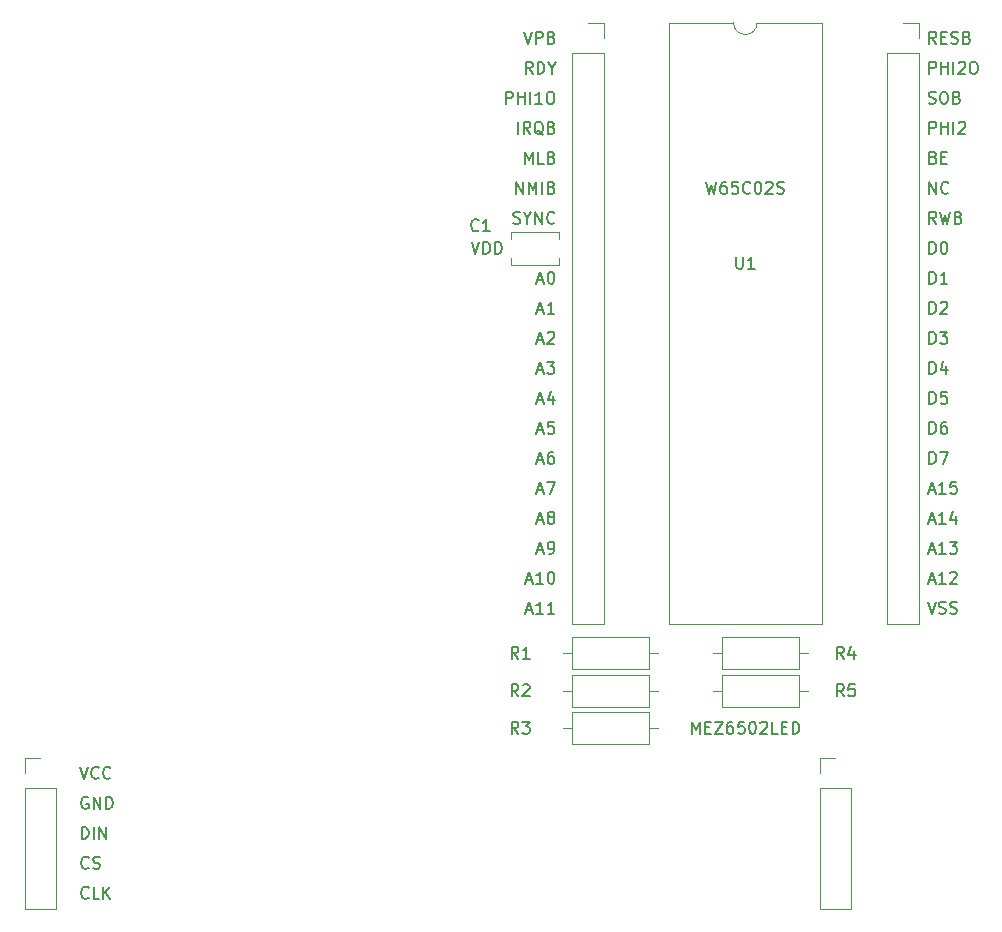
<source format=gto>
G04 #@! TF.GenerationSoftware,KiCad,Pcbnew,(6.0.10-0)*
G04 #@! TF.CreationDate,2023-01-27T16:31:16+09:00*
G04 #@! TF.ProjectId,MEZ6502LED,4d455a36-3530-4324-9c45-442e6b696361,A*
G04 #@! TF.SameCoordinates,PX5ee3fe0PY8f872a0*
G04 #@! TF.FileFunction,Legend,Top*
G04 #@! TF.FilePolarity,Positive*
%FSLAX46Y46*%
G04 Gerber Fmt 4.6, Leading zero omitted, Abs format (unit mm)*
G04 Created by KiCad (PCBNEW (6.0.10-0)) date 2023-01-27 16:31:16*
%MOMM*%
%LPD*%
G01*
G04 APERTURE LIST*
%ADD10C,0.150000*%
%ADD11C,0.120000*%
G04 APERTURE END LIST*
D10*
X57071190Y16057620D02*
X57071190Y17057620D01*
X57404523Y16343334D01*
X57737857Y17057620D01*
X57737857Y16057620D01*
X58214047Y16581429D02*
X58547380Y16581429D01*
X58690238Y16057620D02*
X58214047Y16057620D01*
X58214047Y17057620D01*
X58690238Y17057620D01*
X59023571Y17057620D02*
X59690238Y17057620D01*
X59023571Y16057620D01*
X59690238Y16057620D01*
X60499761Y17057620D02*
X60309285Y17057620D01*
X60214047Y17010000D01*
X60166428Y16962381D01*
X60071190Y16819524D01*
X60023571Y16629048D01*
X60023571Y16248096D01*
X60071190Y16152858D01*
X60118809Y16105239D01*
X60214047Y16057620D01*
X60404523Y16057620D01*
X60499761Y16105239D01*
X60547380Y16152858D01*
X60595000Y16248096D01*
X60595000Y16486191D01*
X60547380Y16581429D01*
X60499761Y16629048D01*
X60404523Y16676667D01*
X60214047Y16676667D01*
X60118809Y16629048D01*
X60071190Y16581429D01*
X60023571Y16486191D01*
X61499761Y17057620D02*
X61023571Y17057620D01*
X60975952Y16581429D01*
X61023571Y16629048D01*
X61118809Y16676667D01*
X61356904Y16676667D01*
X61452142Y16629048D01*
X61499761Y16581429D01*
X61547380Y16486191D01*
X61547380Y16248096D01*
X61499761Y16152858D01*
X61452142Y16105239D01*
X61356904Y16057620D01*
X61118809Y16057620D01*
X61023571Y16105239D01*
X60975952Y16152858D01*
X62166428Y17057620D02*
X62261666Y17057620D01*
X62356904Y17010000D01*
X62404523Y16962381D01*
X62452142Y16867143D01*
X62499761Y16676667D01*
X62499761Y16438572D01*
X62452142Y16248096D01*
X62404523Y16152858D01*
X62356904Y16105239D01*
X62261666Y16057620D01*
X62166428Y16057620D01*
X62071190Y16105239D01*
X62023571Y16152858D01*
X61975952Y16248096D01*
X61928333Y16438572D01*
X61928333Y16676667D01*
X61975952Y16867143D01*
X62023571Y16962381D01*
X62071190Y17010000D01*
X62166428Y17057620D01*
X62880714Y16962381D02*
X62928333Y17010000D01*
X63023571Y17057620D01*
X63261666Y17057620D01*
X63356904Y17010000D01*
X63404523Y16962381D01*
X63452142Y16867143D01*
X63452142Y16771905D01*
X63404523Y16629048D01*
X62833095Y16057620D01*
X63452142Y16057620D01*
X64356904Y16057620D02*
X63880714Y16057620D01*
X63880714Y17057620D01*
X64690238Y16581429D02*
X65023571Y16581429D01*
X65166428Y16057620D02*
X64690238Y16057620D01*
X64690238Y17057620D01*
X65166428Y17057620D01*
X65595000Y16057620D02*
X65595000Y17057620D01*
X65833095Y17057620D01*
X65975952Y17010000D01*
X66071190Y16914762D01*
X66118809Y16819524D01*
X66166428Y16629048D01*
X66166428Y16486191D01*
X66118809Y16295715D01*
X66071190Y16200477D01*
X65975952Y16105239D01*
X65833095Y16057620D01*
X65595000Y16057620D01*
X44008452Y46823334D02*
X44484642Y46823334D01*
X43913214Y46537620D02*
X44246547Y47537620D01*
X44579880Y46537620D01*
X44817976Y47537620D02*
X45437023Y47537620D01*
X45103690Y47156667D01*
X45246547Y47156667D01*
X45341785Y47109048D01*
X45389404Y47061429D01*
X45437023Y46966191D01*
X45437023Y46728096D01*
X45389404Y46632858D01*
X45341785Y46585239D01*
X45246547Y46537620D01*
X44960833Y46537620D01*
X44865595Y46585239D01*
X44817976Y46632858D01*
X77032738Y27217620D02*
X77366071Y26217620D01*
X77699404Y27217620D01*
X77985119Y26265239D02*
X78127976Y26217620D01*
X78366071Y26217620D01*
X78461309Y26265239D01*
X78508928Y26312858D01*
X78556547Y26408096D01*
X78556547Y26503334D01*
X78508928Y26598572D01*
X78461309Y26646191D01*
X78366071Y26693810D01*
X78175595Y26741429D01*
X78080357Y26789048D01*
X78032738Y26836667D01*
X77985119Y26931905D01*
X77985119Y27027143D01*
X78032738Y27122381D01*
X78080357Y27170000D01*
X78175595Y27217620D01*
X78413690Y27217620D01*
X78556547Y27170000D01*
X78937500Y26265239D02*
X79080357Y26217620D01*
X79318452Y26217620D01*
X79413690Y26265239D01*
X79461309Y26312858D01*
X79508928Y26408096D01*
X79508928Y26503334D01*
X79461309Y26598572D01*
X79413690Y26646191D01*
X79318452Y26693810D01*
X79127976Y26741429D01*
X79032738Y26789048D01*
X78985119Y26836667D01*
X78937500Y26931905D01*
X78937500Y27027143D01*
X78985119Y27122381D01*
X79032738Y27170000D01*
X79127976Y27217620D01*
X79366071Y27217620D01*
X79508928Y27170000D01*
X43056071Y26503334D02*
X43532261Y26503334D01*
X42960833Y26217620D02*
X43294166Y27217620D01*
X43627500Y26217620D01*
X44484642Y26217620D02*
X43913214Y26217620D01*
X44198928Y26217620D02*
X44198928Y27217620D01*
X44103690Y27074762D01*
X44008452Y26979524D01*
X43913214Y26931905D01*
X45437023Y26217620D02*
X44865595Y26217620D01*
X45151309Y26217620D02*
X45151309Y27217620D01*
X45056071Y27074762D01*
X44960833Y26979524D01*
X44865595Y26931905D01*
X38415595Y57697620D02*
X38748928Y56697620D01*
X39082261Y57697620D01*
X39415595Y56697620D02*
X39415595Y57697620D01*
X39653690Y57697620D01*
X39796547Y57650000D01*
X39891785Y57554762D01*
X39939404Y57459524D01*
X39987023Y57269048D01*
X39987023Y57126191D01*
X39939404Y56935715D01*
X39891785Y56840477D01*
X39796547Y56745239D01*
X39653690Y56697620D01*
X39415595Y56697620D01*
X40415595Y56697620D02*
X40415595Y57697620D01*
X40653690Y57697620D01*
X40796547Y57650000D01*
X40891785Y57554762D01*
X40939404Y57459524D01*
X40987023Y57269048D01*
X40987023Y57126191D01*
X40939404Y56935715D01*
X40891785Y56840477D01*
X40796547Y56745239D01*
X40653690Y56697620D01*
X40415595Y56697620D01*
X42198928Y61777620D02*
X42198928Y62777620D01*
X42770357Y61777620D01*
X42770357Y62777620D01*
X43246547Y61777620D02*
X43246547Y62777620D01*
X43579880Y62063334D01*
X43913214Y62777620D01*
X43913214Y61777620D01*
X44389404Y61777620D02*
X44389404Y62777620D01*
X45198928Y62301429D02*
X45341785Y62253810D01*
X45389404Y62206191D01*
X45437023Y62110953D01*
X45437023Y61968096D01*
X45389404Y61872858D01*
X45341785Y61825239D01*
X45246547Y61777620D01*
X44865595Y61777620D01*
X44865595Y62777620D01*
X45198928Y62777620D01*
X45294166Y62730000D01*
X45341785Y62682381D01*
X45389404Y62587143D01*
X45389404Y62491905D01*
X45341785Y62396667D01*
X45294166Y62349048D01*
X45198928Y62301429D01*
X44865595Y62301429D01*
X41960833Y59285239D02*
X42103690Y59237620D01*
X42341785Y59237620D01*
X42437023Y59285239D01*
X42484642Y59332858D01*
X42532261Y59428096D01*
X42532261Y59523334D01*
X42484642Y59618572D01*
X42437023Y59666191D01*
X42341785Y59713810D01*
X42151309Y59761429D01*
X42056071Y59809048D01*
X42008452Y59856667D01*
X41960833Y59951905D01*
X41960833Y60047143D01*
X42008452Y60142381D01*
X42056071Y60190000D01*
X42151309Y60237620D01*
X42389404Y60237620D01*
X42532261Y60190000D01*
X43151309Y59713810D02*
X43151309Y59237620D01*
X42817976Y60237620D02*
X43151309Y59713810D01*
X43484642Y60237620D01*
X43817976Y59237620D02*
X43817976Y60237620D01*
X44389404Y59237620D01*
X44389404Y60237620D01*
X45437023Y59332858D02*
X45389404Y59285239D01*
X45246547Y59237620D01*
X45151309Y59237620D01*
X45008452Y59285239D01*
X44913214Y59380477D01*
X44865595Y59475715D01*
X44817976Y59666191D01*
X44817976Y59809048D01*
X44865595Y59999524D01*
X44913214Y60094762D01*
X45008452Y60190000D01*
X45151309Y60237620D01*
X45246547Y60237620D01*
X45389404Y60190000D01*
X45437023Y60142381D01*
X42341785Y66857620D02*
X42341785Y67857620D01*
X43389404Y66857620D02*
X43056071Y67333810D01*
X42817976Y66857620D02*
X42817976Y67857620D01*
X43198928Y67857620D01*
X43294166Y67810000D01*
X43341785Y67762381D01*
X43389404Y67667143D01*
X43389404Y67524286D01*
X43341785Y67429048D01*
X43294166Y67381429D01*
X43198928Y67333810D01*
X42817976Y67333810D01*
X44484642Y66762381D02*
X44389404Y66810000D01*
X44294166Y66905239D01*
X44151309Y67048096D01*
X44056071Y67095715D01*
X43960833Y67095715D01*
X44008452Y66857620D02*
X43913214Y66905239D01*
X43817976Y67000477D01*
X43770357Y67190953D01*
X43770357Y67524286D01*
X43817976Y67714762D01*
X43913214Y67810000D01*
X44008452Y67857620D01*
X44198928Y67857620D01*
X44294166Y67810000D01*
X44389404Y67714762D01*
X44437023Y67524286D01*
X44437023Y67190953D01*
X44389404Y67000477D01*
X44294166Y66905239D01*
X44198928Y66857620D01*
X44008452Y66857620D01*
X45198928Y67381429D02*
X45341785Y67333810D01*
X45389404Y67286191D01*
X45437023Y67190953D01*
X45437023Y67048096D01*
X45389404Y66952858D01*
X45341785Y66905239D01*
X45246547Y66857620D01*
X44865595Y66857620D01*
X44865595Y67857620D01*
X45198928Y67857620D01*
X45294166Y67810000D01*
X45341785Y67762381D01*
X45389404Y67667143D01*
X45389404Y67571905D01*
X45341785Y67476667D01*
X45294166Y67429048D01*
X45198928Y67381429D01*
X44865595Y67381429D01*
X77127976Y36663334D02*
X77604166Y36663334D01*
X77032738Y36377620D02*
X77366071Y37377620D01*
X77699404Y36377620D01*
X78556547Y36377620D02*
X77985119Y36377620D01*
X78270833Y36377620D02*
X78270833Y37377620D01*
X78175595Y37234762D01*
X78080357Y37139524D01*
X77985119Y37091905D01*
X79461309Y37377620D02*
X78985119Y37377620D01*
X78937500Y36901429D01*
X78985119Y36949048D01*
X79080357Y36996667D01*
X79318452Y36996667D01*
X79413690Y36949048D01*
X79461309Y36901429D01*
X79508928Y36806191D01*
X79508928Y36568096D01*
X79461309Y36472858D01*
X79413690Y36425239D01*
X79318452Y36377620D01*
X79080357Y36377620D01*
X78985119Y36425239D01*
X78937500Y36472858D01*
X77175595Y71937620D02*
X77175595Y72937620D01*
X77556547Y72937620D01*
X77651785Y72890000D01*
X77699404Y72842381D01*
X77747023Y72747143D01*
X77747023Y72604286D01*
X77699404Y72509048D01*
X77651785Y72461429D01*
X77556547Y72413810D01*
X77175595Y72413810D01*
X78175595Y71937620D02*
X78175595Y72937620D01*
X78175595Y72461429D02*
X78747023Y72461429D01*
X78747023Y71937620D02*
X78747023Y72937620D01*
X79223214Y71937620D02*
X79223214Y72937620D01*
X79651785Y72842381D02*
X79699404Y72890000D01*
X79794642Y72937620D01*
X80032738Y72937620D01*
X80127976Y72890000D01*
X80175595Y72842381D01*
X80223214Y72747143D01*
X80223214Y72651905D01*
X80175595Y72509048D01*
X79604166Y71937620D01*
X80223214Y71937620D01*
X80842261Y72937620D02*
X81032738Y72937620D01*
X81127976Y72890000D01*
X81223214Y72794762D01*
X81270833Y72604286D01*
X81270833Y72270953D01*
X81223214Y72080477D01*
X81127976Y71985239D01*
X81032738Y71937620D01*
X80842261Y71937620D01*
X80747023Y71985239D01*
X80651785Y72080477D01*
X80604166Y72270953D01*
X80604166Y72604286D01*
X80651785Y72794762D01*
X80747023Y72890000D01*
X80842261Y72937620D01*
X77175595Y61777620D02*
X77175595Y62777620D01*
X77747023Y61777620D01*
X77747023Y62777620D01*
X78794642Y61872858D02*
X78747023Y61825239D01*
X78604166Y61777620D01*
X78508928Y61777620D01*
X78366071Y61825239D01*
X78270833Y61920477D01*
X78223214Y62015715D01*
X78175595Y62206191D01*
X78175595Y62349048D01*
X78223214Y62539524D01*
X78270833Y62634762D01*
X78366071Y62730000D01*
X78508928Y62777620D01*
X78604166Y62777620D01*
X78747023Y62730000D01*
X78794642Y62682381D01*
X44003452Y49363334D02*
X44479642Y49363334D01*
X43908214Y49077620D02*
X44241547Y50077620D01*
X44574880Y49077620D01*
X44860595Y49982381D02*
X44908214Y50030000D01*
X45003452Y50077620D01*
X45241547Y50077620D01*
X45336785Y50030000D01*
X45384404Y49982381D01*
X45432023Y49887143D01*
X45432023Y49791905D01*
X45384404Y49649048D01*
X44812976Y49077620D01*
X45432023Y49077620D01*
X77175595Y43997620D02*
X77175595Y44997620D01*
X77413690Y44997620D01*
X77556547Y44950000D01*
X77651785Y44854762D01*
X77699404Y44759524D01*
X77747023Y44569048D01*
X77747023Y44426191D01*
X77699404Y44235715D01*
X77651785Y44140477D01*
X77556547Y44045239D01*
X77413690Y43997620D01*
X77175595Y43997620D01*
X78651785Y44997620D02*
X78175595Y44997620D01*
X78127976Y44521429D01*
X78175595Y44569048D01*
X78270833Y44616667D01*
X78508928Y44616667D01*
X78604166Y44569048D01*
X78651785Y44521429D01*
X78699404Y44426191D01*
X78699404Y44188096D01*
X78651785Y44092858D01*
X78604166Y44045239D01*
X78508928Y43997620D01*
X78270833Y43997620D01*
X78175595Y44045239D01*
X78127976Y44092858D01*
X44008452Y34123334D02*
X44484642Y34123334D01*
X43913214Y33837620D02*
X44246547Y34837620D01*
X44579880Y33837620D01*
X45056071Y34409048D02*
X44960833Y34456667D01*
X44913214Y34504286D01*
X44865595Y34599524D01*
X44865595Y34647143D01*
X44913214Y34742381D01*
X44960833Y34790000D01*
X45056071Y34837620D01*
X45246547Y34837620D01*
X45341785Y34790000D01*
X45389404Y34742381D01*
X45437023Y34647143D01*
X45437023Y34599524D01*
X45389404Y34504286D01*
X45341785Y34456667D01*
X45246547Y34409048D01*
X45056071Y34409048D01*
X44960833Y34361429D01*
X44913214Y34313810D01*
X44865595Y34218572D01*
X44865595Y34028096D01*
X44913214Y33932858D01*
X44960833Y33885239D01*
X45056071Y33837620D01*
X45246547Y33837620D01*
X45341785Y33885239D01*
X45389404Y33932858D01*
X45437023Y34028096D01*
X45437023Y34218572D01*
X45389404Y34313810D01*
X45341785Y34361429D01*
X45246547Y34409048D01*
X77175595Y46537620D02*
X77175595Y47537620D01*
X77413690Y47537620D01*
X77556547Y47490000D01*
X77651785Y47394762D01*
X77699404Y47299524D01*
X77747023Y47109048D01*
X77747023Y46966191D01*
X77699404Y46775715D01*
X77651785Y46680477D01*
X77556547Y46585239D01*
X77413690Y46537620D01*
X77175595Y46537620D01*
X78604166Y47204286D02*
X78604166Y46537620D01*
X78366071Y47585239D02*
X78127976Y46870953D01*
X78747023Y46870953D01*
X5939404Y10655000D02*
X5844166Y10702620D01*
X5701309Y10702620D01*
X5558452Y10655000D01*
X5463214Y10559762D01*
X5415595Y10464524D01*
X5367976Y10274048D01*
X5367976Y10131191D01*
X5415595Y9940715D01*
X5463214Y9845477D01*
X5558452Y9750239D01*
X5701309Y9702620D01*
X5796547Y9702620D01*
X5939404Y9750239D01*
X5987023Y9797858D01*
X5987023Y10131191D01*
X5796547Y10131191D01*
X6415595Y9702620D02*
X6415595Y10702620D01*
X6987023Y9702620D01*
X6987023Y10702620D01*
X7463214Y9702620D02*
X7463214Y10702620D01*
X7701309Y10702620D01*
X7844166Y10655000D01*
X7939404Y10559762D01*
X7987023Y10464524D01*
X8034642Y10274048D01*
X8034642Y10131191D01*
X7987023Y9940715D01*
X7939404Y9845477D01*
X7844166Y9750239D01*
X7701309Y9702620D01*
X7463214Y9702620D01*
X77175595Y66857620D02*
X77175595Y67857620D01*
X77556547Y67857620D01*
X77651785Y67810000D01*
X77699404Y67762381D01*
X77747023Y67667143D01*
X77747023Y67524286D01*
X77699404Y67429048D01*
X77651785Y67381429D01*
X77556547Y67333810D01*
X77175595Y67333810D01*
X78175595Y66857620D02*
X78175595Y67857620D01*
X78175595Y67381429D02*
X78747023Y67381429D01*
X78747023Y66857620D02*
X78747023Y67857620D01*
X79223214Y66857620D02*
X79223214Y67857620D01*
X79651785Y67762381D02*
X79699404Y67810000D01*
X79794642Y67857620D01*
X80032738Y67857620D01*
X80127976Y67810000D01*
X80175595Y67762381D01*
X80223214Y67667143D01*
X80223214Y67571905D01*
X80175595Y67429048D01*
X79604166Y66857620D01*
X80223214Y66857620D01*
X77175595Y54157620D02*
X77175595Y55157620D01*
X77413690Y55157620D01*
X77556547Y55110000D01*
X77651785Y55014762D01*
X77699404Y54919524D01*
X77747023Y54729048D01*
X77747023Y54586191D01*
X77699404Y54395715D01*
X77651785Y54300477D01*
X77556547Y54205239D01*
X77413690Y54157620D01*
X77175595Y54157620D01*
X78699404Y54157620D02*
X78127976Y54157620D01*
X78413690Y54157620D02*
X78413690Y55157620D01*
X78318452Y55014762D01*
X78223214Y54919524D01*
X78127976Y54871905D01*
X44008452Y51903334D02*
X44484642Y51903334D01*
X43913214Y51617620D02*
X44246547Y52617620D01*
X44579880Y51617620D01*
X45437023Y51617620D02*
X44865595Y51617620D01*
X45151309Y51617620D02*
X45151309Y52617620D01*
X45056071Y52474762D01*
X44960833Y52379524D01*
X44865595Y52331905D01*
X44008452Y39203334D02*
X44484642Y39203334D01*
X43913214Y38917620D02*
X44246547Y39917620D01*
X44579880Y38917620D01*
X45341785Y39917620D02*
X45151309Y39917620D01*
X45056071Y39870000D01*
X45008452Y39822381D01*
X44913214Y39679524D01*
X44865595Y39489048D01*
X44865595Y39108096D01*
X44913214Y39012858D01*
X44960833Y38965239D01*
X45056071Y38917620D01*
X45246547Y38917620D01*
X45341785Y38965239D01*
X45389404Y39012858D01*
X45437023Y39108096D01*
X45437023Y39346191D01*
X45389404Y39441429D01*
X45341785Y39489048D01*
X45246547Y39536667D01*
X45056071Y39536667D01*
X44960833Y39489048D01*
X44913214Y39441429D01*
X44865595Y39346191D01*
X77747023Y74477620D02*
X77413690Y74953810D01*
X77175595Y74477620D02*
X77175595Y75477620D01*
X77556547Y75477620D01*
X77651785Y75430000D01*
X77699404Y75382381D01*
X77747023Y75287143D01*
X77747023Y75144286D01*
X77699404Y75049048D01*
X77651785Y75001429D01*
X77556547Y74953810D01*
X77175595Y74953810D01*
X78175595Y75001429D02*
X78508928Y75001429D01*
X78651785Y74477620D02*
X78175595Y74477620D01*
X78175595Y75477620D01*
X78651785Y75477620D01*
X79032738Y74525239D02*
X79175595Y74477620D01*
X79413690Y74477620D01*
X79508928Y74525239D01*
X79556547Y74572858D01*
X79604166Y74668096D01*
X79604166Y74763334D01*
X79556547Y74858572D01*
X79508928Y74906191D01*
X79413690Y74953810D01*
X79223214Y75001429D01*
X79127976Y75049048D01*
X79080357Y75096667D01*
X79032738Y75191905D01*
X79032738Y75287143D01*
X79080357Y75382381D01*
X79127976Y75430000D01*
X79223214Y75477620D01*
X79461309Y75477620D01*
X79604166Y75430000D01*
X80366071Y75001429D02*
X80508928Y74953810D01*
X80556547Y74906191D01*
X80604166Y74810953D01*
X80604166Y74668096D01*
X80556547Y74572858D01*
X80508928Y74525239D01*
X80413690Y74477620D01*
X80032738Y74477620D01*
X80032738Y75477620D01*
X80366071Y75477620D01*
X80461309Y75430000D01*
X80508928Y75382381D01*
X80556547Y75287143D01*
X80556547Y75191905D01*
X80508928Y75096667D01*
X80461309Y75049048D01*
X80366071Y75001429D01*
X80032738Y75001429D01*
X77127976Y69445239D02*
X77270833Y69397620D01*
X77508928Y69397620D01*
X77604166Y69445239D01*
X77651785Y69492858D01*
X77699404Y69588096D01*
X77699404Y69683334D01*
X77651785Y69778572D01*
X77604166Y69826191D01*
X77508928Y69873810D01*
X77318452Y69921429D01*
X77223214Y69969048D01*
X77175595Y70016667D01*
X77127976Y70111905D01*
X77127976Y70207143D01*
X77175595Y70302381D01*
X77223214Y70350000D01*
X77318452Y70397620D01*
X77556547Y70397620D01*
X77699404Y70350000D01*
X78318452Y70397620D02*
X78508928Y70397620D01*
X78604166Y70350000D01*
X78699404Y70254762D01*
X78747023Y70064286D01*
X78747023Y69730953D01*
X78699404Y69540477D01*
X78604166Y69445239D01*
X78508928Y69397620D01*
X78318452Y69397620D01*
X78223214Y69445239D01*
X78127976Y69540477D01*
X78080357Y69730953D01*
X78080357Y70064286D01*
X78127976Y70254762D01*
X78223214Y70350000D01*
X78318452Y70397620D01*
X79508928Y69921429D02*
X79651785Y69873810D01*
X79699404Y69826191D01*
X79747023Y69730953D01*
X79747023Y69588096D01*
X79699404Y69492858D01*
X79651785Y69445239D01*
X79556547Y69397620D01*
X79175595Y69397620D01*
X79175595Y70397620D01*
X79508928Y70397620D01*
X79604166Y70350000D01*
X79651785Y70302381D01*
X79699404Y70207143D01*
X79699404Y70111905D01*
X79651785Y70016667D01*
X79604166Y69969048D01*
X79508928Y69921429D01*
X79175595Y69921429D01*
X42865595Y75477620D02*
X43198928Y74477620D01*
X43532261Y75477620D01*
X43865595Y74477620D02*
X43865595Y75477620D01*
X44246547Y75477620D01*
X44341785Y75430000D01*
X44389404Y75382381D01*
X44437023Y75287143D01*
X44437023Y75144286D01*
X44389404Y75049048D01*
X44341785Y75001429D01*
X44246547Y74953810D01*
X43865595Y74953810D01*
X45198928Y75001429D02*
X45341785Y74953810D01*
X45389404Y74906191D01*
X45437023Y74810953D01*
X45437023Y74668096D01*
X45389404Y74572858D01*
X45341785Y74525239D01*
X45246547Y74477620D01*
X44865595Y74477620D01*
X44865595Y75477620D01*
X45198928Y75477620D01*
X45294166Y75430000D01*
X45341785Y75382381D01*
X45389404Y75287143D01*
X45389404Y75191905D01*
X45341785Y75096667D01*
X45294166Y75049048D01*
X45198928Y75001429D01*
X44865595Y75001429D01*
X44008452Y44283334D02*
X44484642Y44283334D01*
X43913214Y43997620D02*
X44246547Y44997620D01*
X44579880Y43997620D01*
X45341785Y44664286D02*
X45341785Y43997620D01*
X45103690Y45045239D02*
X44865595Y44330953D01*
X45484642Y44330953D01*
X77175595Y41457620D02*
X77175595Y42457620D01*
X77413690Y42457620D01*
X77556547Y42410000D01*
X77651785Y42314762D01*
X77699404Y42219524D01*
X77747023Y42029048D01*
X77747023Y41886191D01*
X77699404Y41695715D01*
X77651785Y41600477D01*
X77556547Y41505239D01*
X77413690Y41457620D01*
X77175595Y41457620D01*
X78604166Y42457620D02*
X78413690Y42457620D01*
X78318452Y42410000D01*
X78270833Y42362381D01*
X78175595Y42219524D01*
X78127976Y42029048D01*
X78127976Y41648096D01*
X78175595Y41552858D01*
X78223214Y41505239D01*
X78318452Y41457620D01*
X78508928Y41457620D01*
X78604166Y41505239D01*
X78651785Y41552858D01*
X78699404Y41648096D01*
X78699404Y41886191D01*
X78651785Y41981429D01*
X78604166Y42029048D01*
X78508928Y42076667D01*
X78318452Y42076667D01*
X78223214Y42029048D01*
X78175595Y41981429D01*
X78127976Y41886191D01*
X5415595Y7162620D02*
X5415595Y8162620D01*
X5653690Y8162620D01*
X5796547Y8115000D01*
X5891785Y8019762D01*
X5939404Y7924524D01*
X5987023Y7734048D01*
X5987023Y7591191D01*
X5939404Y7400715D01*
X5891785Y7305477D01*
X5796547Y7210239D01*
X5653690Y7162620D01*
X5415595Y7162620D01*
X6415595Y7162620D02*
X6415595Y8162620D01*
X6891785Y7162620D02*
X6891785Y8162620D01*
X7463214Y7162620D01*
X7463214Y8162620D01*
X44008452Y36663334D02*
X44484642Y36663334D01*
X43913214Y36377620D02*
X44246547Y37377620D01*
X44579880Y36377620D01*
X44817976Y37377620D02*
X45484642Y37377620D01*
X45056071Y36377620D01*
X44008452Y31583334D02*
X44484642Y31583334D01*
X43913214Y31297620D02*
X44246547Y32297620D01*
X44579880Y31297620D01*
X44960833Y31297620D02*
X45151309Y31297620D01*
X45246547Y31345239D01*
X45294166Y31392858D01*
X45389404Y31535715D01*
X45437023Y31726191D01*
X45437023Y32107143D01*
X45389404Y32202381D01*
X45341785Y32250000D01*
X45246547Y32297620D01*
X45056071Y32297620D01*
X44960833Y32250000D01*
X44913214Y32202381D01*
X44865595Y32107143D01*
X44865595Y31869048D01*
X44913214Y31773810D01*
X44960833Y31726191D01*
X45056071Y31678572D01*
X45246547Y31678572D01*
X45341785Y31726191D01*
X45389404Y31773810D01*
X45437023Y31869048D01*
X5987023Y4717858D02*
X5939404Y4670239D01*
X5796547Y4622620D01*
X5701309Y4622620D01*
X5558452Y4670239D01*
X5463214Y4765477D01*
X5415595Y4860715D01*
X5367976Y5051191D01*
X5367976Y5194048D01*
X5415595Y5384524D01*
X5463214Y5479762D01*
X5558452Y5575000D01*
X5701309Y5622620D01*
X5796547Y5622620D01*
X5939404Y5575000D01*
X5987023Y5527381D01*
X6367976Y4670239D02*
X6510833Y4622620D01*
X6748928Y4622620D01*
X6844166Y4670239D01*
X6891785Y4717858D01*
X6939404Y4813096D01*
X6939404Y4908334D01*
X6891785Y5003572D01*
X6844166Y5051191D01*
X6748928Y5098810D01*
X6558452Y5146429D01*
X6463214Y5194048D01*
X6415595Y5241667D01*
X6367976Y5336905D01*
X6367976Y5432143D01*
X6415595Y5527381D01*
X6463214Y5575000D01*
X6558452Y5622620D01*
X6796547Y5622620D01*
X6939404Y5575000D01*
X77175595Y49077620D02*
X77175595Y50077620D01*
X77413690Y50077620D01*
X77556547Y50030000D01*
X77651785Y49934762D01*
X77699404Y49839524D01*
X77747023Y49649048D01*
X77747023Y49506191D01*
X77699404Y49315715D01*
X77651785Y49220477D01*
X77556547Y49125239D01*
X77413690Y49077620D01*
X77175595Y49077620D01*
X78080357Y50077620D02*
X78699404Y50077620D01*
X78366071Y49696667D01*
X78508928Y49696667D01*
X78604166Y49649048D01*
X78651785Y49601429D01*
X78699404Y49506191D01*
X78699404Y49268096D01*
X78651785Y49172858D01*
X78604166Y49125239D01*
X78508928Y49077620D01*
X78223214Y49077620D01*
X78127976Y49125239D01*
X78080357Y49172858D01*
X5987023Y2177858D02*
X5939404Y2130239D01*
X5796547Y2082620D01*
X5701309Y2082620D01*
X5558452Y2130239D01*
X5463214Y2225477D01*
X5415595Y2320715D01*
X5367976Y2511191D01*
X5367976Y2654048D01*
X5415595Y2844524D01*
X5463214Y2939762D01*
X5558452Y3035000D01*
X5701309Y3082620D01*
X5796547Y3082620D01*
X5939404Y3035000D01*
X5987023Y2987381D01*
X6891785Y2082620D02*
X6415595Y2082620D01*
X6415595Y3082620D01*
X7225119Y2082620D02*
X7225119Y3082620D01*
X7796547Y2082620D02*
X7367976Y2654048D01*
X7796547Y3082620D02*
X7225119Y2511191D01*
X58290476Y62777620D02*
X58528571Y61777620D01*
X58719047Y62491905D01*
X58909523Y61777620D01*
X59147619Y62777620D01*
X59957142Y62777620D02*
X59766666Y62777620D01*
X59671428Y62730000D01*
X59623809Y62682381D01*
X59528571Y62539524D01*
X59480952Y62349048D01*
X59480952Y61968096D01*
X59528571Y61872858D01*
X59576190Y61825239D01*
X59671428Y61777620D01*
X59861904Y61777620D01*
X59957142Y61825239D01*
X60004761Y61872858D01*
X60052380Y61968096D01*
X60052380Y62206191D01*
X60004761Y62301429D01*
X59957142Y62349048D01*
X59861904Y62396667D01*
X59671428Y62396667D01*
X59576190Y62349048D01*
X59528571Y62301429D01*
X59480952Y62206191D01*
X60957142Y62777620D02*
X60480952Y62777620D01*
X60433333Y62301429D01*
X60480952Y62349048D01*
X60576190Y62396667D01*
X60814285Y62396667D01*
X60909523Y62349048D01*
X60957142Y62301429D01*
X61004761Y62206191D01*
X61004761Y61968096D01*
X60957142Y61872858D01*
X60909523Y61825239D01*
X60814285Y61777620D01*
X60576190Y61777620D01*
X60480952Y61825239D01*
X60433333Y61872858D01*
X62004761Y61872858D02*
X61957142Y61825239D01*
X61814285Y61777620D01*
X61719047Y61777620D01*
X61576190Y61825239D01*
X61480952Y61920477D01*
X61433333Y62015715D01*
X61385714Y62206191D01*
X61385714Y62349048D01*
X61433333Y62539524D01*
X61480952Y62634762D01*
X61576190Y62730000D01*
X61719047Y62777620D01*
X61814285Y62777620D01*
X61957142Y62730000D01*
X62004761Y62682381D01*
X62623809Y62777620D02*
X62719047Y62777620D01*
X62814285Y62730000D01*
X62861904Y62682381D01*
X62909523Y62587143D01*
X62957142Y62396667D01*
X62957142Y62158572D01*
X62909523Y61968096D01*
X62861904Y61872858D01*
X62814285Y61825239D01*
X62719047Y61777620D01*
X62623809Y61777620D01*
X62528571Y61825239D01*
X62480952Y61872858D01*
X62433333Y61968096D01*
X62385714Y62158572D01*
X62385714Y62396667D01*
X62433333Y62587143D01*
X62480952Y62682381D01*
X62528571Y62730000D01*
X62623809Y62777620D01*
X63338095Y62682381D02*
X63385714Y62730000D01*
X63480952Y62777620D01*
X63719047Y62777620D01*
X63814285Y62730000D01*
X63861904Y62682381D01*
X63909523Y62587143D01*
X63909523Y62491905D01*
X63861904Y62349048D01*
X63290476Y61777620D01*
X63909523Y61777620D01*
X64290476Y61825239D02*
X64433333Y61777620D01*
X64671428Y61777620D01*
X64766666Y61825239D01*
X64814285Y61872858D01*
X64861904Y61968096D01*
X64861904Y62063334D01*
X64814285Y62158572D01*
X64766666Y62206191D01*
X64671428Y62253810D01*
X64480952Y62301429D01*
X64385714Y62349048D01*
X64338095Y62396667D01*
X64290476Y62491905D01*
X64290476Y62587143D01*
X64338095Y62682381D01*
X64385714Y62730000D01*
X64480952Y62777620D01*
X64719047Y62777620D01*
X64861904Y62730000D01*
X44008452Y54443334D02*
X44484642Y54443334D01*
X43913214Y54157620D02*
X44246547Y55157620D01*
X44579880Y54157620D01*
X45103690Y55157620D02*
X45198928Y55157620D01*
X45294166Y55110000D01*
X45341785Y55062381D01*
X45389404Y54967143D01*
X45437023Y54776667D01*
X45437023Y54538572D01*
X45389404Y54348096D01*
X45341785Y54252858D01*
X45294166Y54205239D01*
X45198928Y54157620D01*
X45103690Y54157620D01*
X45008452Y54205239D01*
X44960833Y54252858D01*
X44913214Y54348096D01*
X44865595Y54538572D01*
X44865595Y54776667D01*
X44913214Y54967143D01*
X44960833Y55062381D01*
X45008452Y55110000D01*
X45103690Y55157620D01*
X77508928Y64841429D02*
X77651785Y64793810D01*
X77699404Y64746191D01*
X77747023Y64650953D01*
X77747023Y64508096D01*
X77699404Y64412858D01*
X77651785Y64365239D01*
X77556547Y64317620D01*
X77175595Y64317620D01*
X77175595Y65317620D01*
X77508928Y65317620D01*
X77604166Y65270000D01*
X77651785Y65222381D01*
X77699404Y65127143D01*
X77699404Y65031905D01*
X77651785Y64936667D01*
X77604166Y64889048D01*
X77508928Y64841429D01*
X77175595Y64841429D01*
X78175595Y64841429D02*
X78508928Y64841429D01*
X78651785Y64317620D02*
X78175595Y64317620D01*
X78175595Y65317620D01*
X78651785Y65317620D01*
X5272738Y13242620D02*
X5606071Y12242620D01*
X5939404Y13242620D01*
X6844166Y12337858D02*
X6796547Y12290239D01*
X6653690Y12242620D01*
X6558452Y12242620D01*
X6415595Y12290239D01*
X6320357Y12385477D01*
X6272738Y12480715D01*
X6225119Y12671191D01*
X6225119Y12814048D01*
X6272738Y13004524D01*
X6320357Y13099762D01*
X6415595Y13195000D01*
X6558452Y13242620D01*
X6653690Y13242620D01*
X6796547Y13195000D01*
X6844166Y13147381D01*
X7844166Y12337858D02*
X7796547Y12290239D01*
X7653690Y12242620D01*
X7558452Y12242620D01*
X7415595Y12290239D01*
X7320357Y12385477D01*
X7272738Y12480715D01*
X7225119Y12671191D01*
X7225119Y12814048D01*
X7272738Y13004524D01*
X7320357Y13099762D01*
X7415595Y13195000D01*
X7558452Y13242620D01*
X7653690Y13242620D01*
X7796547Y13195000D01*
X7844166Y13147381D01*
X77127976Y31583334D02*
X77604166Y31583334D01*
X77032738Y31297620D02*
X77366071Y32297620D01*
X77699404Y31297620D01*
X78556547Y31297620D02*
X77985119Y31297620D01*
X78270833Y31297620D02*
X78270833Y32297620D01*
X78175595Y32154762D01*
X78080357Y32059524D01*
X77985119Y32011905D01*
X78889880Y32297620D02*
X79508928Y32297620D01*
X79175595Y31916667D01*
X79318452Y31916667D01*
X79413690Y31869048D01*
X79461309Y31821429D01*
X79508928Y31726191D01*
X79508928Y31488096D01*
X79461309Y31392858D01*
X79413690Y31345239D01*
X79318452Y31297620D01*
X79032738Y31297620D01*
X78937500Y31345239D01*
X78889880Y31392858D01*
X44008452Y41743334D02*
X44484642Y41743334D01*
X43913214Y41457620D02*
X44246547Y42457620D01*
X44579880Y41457620D01*
X45389404Y42457620D02*
X44913214Y42457620D01*
X44865595Y41981429D01*
X44913214Y42029048D01*
X45008452Y42076667D01*
X45246547Y42076667D01*
X45341785Y42029048D01*
X45389404Y41981429D01*
X45437023Y41886191D01*
X45437023Y41648096D01*
X45389404Y41552858D01*
X45341785Y41505239D01*
X45246547Y41457620D01*
X45008452Y41457620D01*
X44913214Y41505239D01*
X44865595Y41552858D01*
X42913214Y64317620D02*
X42913214Y65317620D01*
X43246547Y64603334D01*
X43579880Y65317620D01*
X43579880Y64317620D01*
X44532261Y64317620D02*
X44056071Y64317620D01*
X44056071Y65317620D01*
X45198928Y64841429D02*
X45341785Y64793810D01*
X45389404Y64746191D01*
X45437023Y64650953D01*
X45437023Y64508096D01*
X45389404Y64412858D01*
X45341785Y64365239D01*
X45246547Y64317620D01*
X44865595Y64317620D01*
X44865595Y65317620D01*
X45198928Y65317620D01*
X45294166Y65270000D01*
X45341785Y65222381D01*
X45389404Y65127143D01*
X45389404Y65031905D01*
X45341785Y64936667D01*
X45294166Y64889048D01*
X45198928Y64841429D01*
X44865595Y64841429D01*
X77175595Y51617620D02*
X77175595Y52617620D01*
X77413690Y52617620D01*
X77556547Y52570000D01*
X77651785Y52474762D01*
X77699404Y52379524D01*
X77747023Y52189048D01*
X77747023Y52046191D01*
X77699404Y51855715D01*
X77651785Y51760477D01*
X77556547Y51665239D01*
X77413690Y51617620D01*
X77175595Y51617620D01*
X78127976Y52522381D02*
X78175595Y52570000D01*
X78270833Y52617620D01*
X78508928Y52617620D01*
X78604166Y52570000D01*
X78651785Y52522381D01*
X78699404Y52427143D01*
X78699404Y52331905D01*
X78651785Y52189048D01*
X78080357Y51617620D01*
X78699404Y51617620D01*
X77127976Y29043334D02*
X77604166Y29043334D01*
X77032738Y28757620D02*
X77366071Y29757620D01*
X77699404Y28757620D01*
X78556547Y28757620D02*
X77985119Y28757620D01*
X78270833Y28757620D02*
X78270833Y29757620D01*
X78175595Y29614762D01*
X78080357Y29519524D01*
X77985119Y29471905D01*
X78937500Y29662381D02*
X78985119Y29710000D01*
X79080357Y29757620D01*
X79318452Y29757620D01*
X79413690Y29710000D01*
X79461309Y29662381D01*
X79508928Y29567143D01*
X79508928Y29471905D01*
X79461309Y29329048D01*
X78889880Y28757620D01*
X79508928Y28757620D01*
X77747023Y59237620D02*
X77413690Y59713810D01*
X77175595Y59237620D02*
X77175595Y60237620D01*
X77556547Y60237620D01*
X77651785Y60190000D01*
X77699404Y60142381D01*
X77747023Y60047143D01*
X77747023Y59904286D01*
X77699404Y59809048D01*
X77651785Y59761429D01*
X77556547Y59713810D01*
X77175595Y59713810D01*
X78080357Y60237620D02*
X78318452Y59237620D01*
X78508928Y59951905D01*
X78699404Y59237620D01*
X78937500Y60237620D01*
X79651785Y59761429D02*
X79794642Y59713810D01*
X79842261Y59666191D01*
X79889880Y59570953D01*
X79889880Y59428096D01*
X79842261Y59332858D01*
X79794642Y59285239D01*
X79699404Y59237620D01*
X79318452Y59237620D01*
X79318452Y60237620D01*
X79651785Y60237620D01*
X79747023Y60190000D01*
X79794642Y60142381D01*
X79842261Y60047143D01*
X79842261Y59951905D01*
X79794642Y59856667D01*
X79747023Y59809048D01*
X79651785Y59761429D01*
X79318452Y59761429D01*
X77175595Y38917620D02*
X77175595Y39917620D01*
X77413690Y39917620D01*
X77556547Y39870000D01*
X77651785Y39774762D01*
X77699404Y39679524D01*
X77747023Y39489048D01*
X77747023Y39346191D01*
X77699404Y39155715D01*
X77651785Y39060477D01*
X77556547Y38965239D01*
X77413690Y38917620D01*
X77175595Y38917620D01*
X78080357Y39917620D02*
X78747023Y39917620D01*
X78318452Y38917620D01*
X43056071Y29043334D02*
X43532261Y29043334D01*
X42960833Y28757620D02*
X43294166Y29757620D01*
X43627500Y28757620D01*
X44484642Y28757620D02*
X43913214Y28757620D01*
X44198928Y28757620D02*
X44198928Y29757620D01*
X44103690Y29614762D01*
X44008452Y29519524D01*
X43913214Y29471905D01*
X45103690Y29757620D02*
X45198928Y29757620D01*
X45294166Y29710000D01*
X45341785Y29662381D01*
X45389404Y29567143D01*
X45437023Y29376667D01*
X45437023Y29138572D01*
X45389404Y28948096D01*
X45341785Y28852858D01*
X45294166Y28805239D01*
X45198928Y28757620D01*
X45103690Y28757620D01*
X45008452Y28805239D01*
X44960833Y28852858D01*
X44913214Y28948096D01*
X44865595Y29138572D01*
X44865595Y29376667D01*
X44913214Y29567143D01*
X44960833Y29662381D01*
X45008452Y29710000D01*
X45103690Y29757620D01*
X77175595Y56697620D02*
X77175595Y57697620D01*
X77413690Y57697620D01*
X77556547Y57650000D01*
X77651785Y57554762D01*
X77699404Y57459524D01*
X77747023Y57269048D01*
X77747023Y57126191D01*
X77699404Y56935715D01*
X77651785Y56840477D01*
X77556547Y56745239D01*
X77413690Y56697620D01*
X77175595Y56697620D01*
X78366071Y57697620D02*
X78461309Y57697620D01*
X78556547Y57650000D01*
X78604166Y57602381D01*
X78651785Y57507143D01*
X78699404Y57316667D01*
X78699404Y57078572D01*
X78651785Y56888096D01*
X78604166Y56792858D01*
X78556547Y56745239D01*
X78461309Y56697620D01*
X78366071Y56697620D01*
X78270833Y56745239D01*
X78223214Y56792858D01*
X78175595Y56888096D01*
X78127976Y57078572D01*
X78127976Y57316667D01*
X78175595Y57507143D01*
X78223214Y57602381D01*
X78270833Y57650000D01*
X78366071Y57697620D01*
X77127976Y34123334D02*
X77604166Y34123334D01*
X77032738Y33837620D02*
X77366071Y34837620D01*
X77699404Y33837620D01*
X78556547Y33837620D02*
X77985119Y33837620D01*
X78270833Y33837620D02*
X78270833Y34837620D01*
X78175595Y34694762D01*
X78080357Y34599524D01*
X77985119Y34551905D01*
X79413690Y34504286D02*
X79413690Y33837620D01*
X79175595Y34885239D02*
X78937500Y34170953D01*
X79556547Y34170953D01*
X41341785Y69397620D02*
X41341785Y70397620D01*
X41722738Y70397620D01*
X41817976Y70350000D01*
X41865595Y70302381D01*
X41913214Y70207143D01*
X41913214Y70064286D01*
X41865595Y69969048D01*
X41817976Y69921429D01*
X41722738Y69873810D01*
X41341785Y69873810D01*
X42341785Y69397620D02*
X42341785Y70397620D01*
X42341785Y69921429D02*
X42913214Y69921429D01*
X42913214Y69397620D02*
X42913214Y70397620D01*
X43389404Y69397620D02*
X43389404Y70397620D01*
X44389404Y69397620D02*
X43817976Y69397620D01*
X44103690Y69397620D02*
X44103690Y70397620D01*
X44008452Y70254762D01*
X43913214Y70159524D01*
X43817976Y70111905D01*
X45008452Y70397620D02*
X45198928Y70397620D01*
X45294166Y70350000D01*
X45389404Y70254762D01*
X45437023Y70064286D01*
X45437023Y69730953D01*
X45389404Y69540477D01*
X45294166Y69445239D01*
X45198928Y69397620D01*
X45008452Y69397620D01*
X44913214Y69445239D01*
X44817976Y69540477D01*
X44770357Y69730953D01*
X44770357Y70064286D01*
X44817976Y70254762D01*
X44913214Y70350000D01*
X45008452Y70397620D01*
X43579880Y71937620D02*
X43246547Y72413810D01*
X43008452Y71937620D02*
X43008452Y72937620D01*
X43389404Y72937620D01*
X43484642Y72890000D01*
X43532261Y72842381D01*
X43579880Y72747143D01*
X43579880Y72604286D01*
X43532261Y72509048D01*
X43484642Y72461429D01*
X43389404Y72413810D01*
X43008452Y72413810D01*
X44008452Y71937620D02*
X44008452Y72937620D01*
X44246547Y72937620D01*
X44389404Y72890000D01*
X44484642Y72794762D01*
X44532261Y72699524D01*
X44579880Y72509048D01*
X44579880Y72366191D01*
X44532261Y72175715D01*
X44484642Y72080477D01*
X44389404Y71985239D01*
X44246547Y71937620D01*
X44008452Y71937620D01*
X45198928Y72413810D02*
X45198928Y71937620D01*
X44865595Y72937620D02*
X45198928Y72413810D01*
X45532261Y72937620D01*
X60833095Y56427620D02*
X60833095Y55618096D01*
X60880714Y55522858D01*
X60928333Y55475239D01*
X61023571Y55427620D01*
X61214047Y55427620D01*
X61309285Y55475239D01*
X61356904Y55522858D01*
X61404523Y55618096D01*
X61404523Y56427620D01*
X62404523Y55427620D02*
X61833095Y55427620D01*
X62118809Y55427620D02*
X62118809Y56427620D01*
X62023571Y56284762D01*
X61928333Y56189524D01*
X61833095Y56141905D01*
X69937333Y19232620D02*
X69604000Y19708810D01*
X69365904Y19232620D02*
X69365904Y20232620D01*
X69746857Y20232620D01*
X69842095Y20185000D01*
X69889714Y20137381D01*
X69937333Y20042143D01*
X69937333Y19899286D01*
X69889714Y19804048D01*
X69842095Y19756429D01*
X69746857Y19708810D01*
X69365904Y19708810D01*
X70842095Y20232620D02*
X70365904Y20232620D01*
X70318285Y19756429D01*
X70365904Y19804048D01*
X70461142Y19851667D01*
X70699238Y19851667D01*
X70794476Y19804048D01*
X70842095Y19756429D01*
X70889714Y19661191D01*
X70889714Y19423096D01*
X70842095Y19327858D01*
X70794476Y19280239D01*
X70699238Y19232620D01*
X70461142Y19232620D01*
X70365904Y19280239D01*
X70318285Y19327858D01*
X69937333Y22407620D02*
X69604000Y22883810D01*
X69365904Y22407620D02*
X69365904Y23407620D01*
X69746857Y23407620D01*
X69842095Y23360000D01*
X69889714Y23312381D01*
X69937333Y23217143D01*
X69937333Y23074286D01*
X69889714Y22979048D01*
X69842095Y22931429D01*
X69746857Y22883810D01*
X69365904Y22883810D01*
X70794476Y23074286D02*
X70794476Y22407620D01*
X70556380Y23455239D02*
X70318285Y22740953D01*
X70937333Y22740953D01*
X42378333Y16057620D02*
X42045000Y16533810D01*
X41806904Y16057620D02*
X41806904Y17057620D01*
X42187857Y17057620D01*
X42283095Y17010000D01*
X42330714Y16962381D01*
X42378333Y16867143D01*
X42378333Y16724286D01*
X42330714Y16629048D01*
X42283095Y16581429D01*
X42187857Y16533810D01*
X41806904Y16533810D01*
X42711666Y17057620D02*
X43330714Y17057620D01*
X42997380Y16676667D01*
X43140238Y16676667D01*
X43235476Y16629048D01*
X43283095Y16581429D01*
X43330714Y16486191D01*
X43330714Y16248096D01*
X43283095Y16152858D01*
X43235476Y16105239D01*
X43140238Y16057620D01*
X42854523Y16057620D01*
X42759285Y16105239D01*
X42711666Y16152858D01*
X42378333Y19232620D02*
X42045000Y19708810D01*
X41806904Y19232620D02*
X41806904Y20232620D01*
X42187857Y20232620D01*
X42283095Y20185000D01*
X42330714Y20137381D01*
X42378333Y20042143D01*
X42378333Y19899286D01*
X42330714Y19804048D01*
X42283095Y19756429D01*
X42187857Y19708810D01*
X41806904Y19708810D01*
X42759285Y20137381D02*
X42806904Y20185000D01*
X42902142Y20232620D01*
X43140238Y20232620D01*
X43235476Y20185000D01*
X43283095Y20137381D01*
X43330714Y20042143D01*
X43330714Y19946905D01*
X43283095Y19804048D01*
X42711666Y19232620D01*
X43330714Y19232620D01*
X42378333Y22407620D02*
X42045000Y22883810D01*
X41806904Y22407620D02*
X41806904Y23407620D01*
X42187857Y23407620D01*
X42283095Y23360000D01*
X42330714Y23312381D01*
X42378333Y23217143D01*
X42378333Y23074286D01*
X42330714Y22979048D01*
X42283095Y22931429D01*
X42187857Y22883810D01*
X41806904Y22883810D01*
X43330714Y22407620D02*
X42759285Y22407620D01*
X43045000Y22407620D02*
X43045000Y23407620D01*
X42949761Y23264762D01*
X42854523Y23169524D01*
X42759285Y23121905D01*
X39007023Y58697858D02*
X38959404Y58650239D01*
X38816547Y58602620D01*
X38721309Y58602620D01*
X38578452Y58650239D01*
X38483214Y58745477D01*
X38435595Y58840715D01*
X38387976Y59031191D01*
X38387976Y59174048D01*
X38435595Y59364524D01*
X38483214Y59459762D01*
X38578452Y59555000D01*
X38721309Y59602620D01*
X38816547Y59602620D01*
X38959404Y59555000D01*
X39007023Y59507381D01*
X39959404Y58602620D02*
X39387976Y58602620D01*
X39673690Y58602620D02*
X39673690Y59602620D01*
X39578452Y59459762D01*
X39483214Y59364524D01*
X39387976Y59316905D01*
D11*
X68055000Y25340000D02*
X68055000Y76260000D01*
X55135000Y25340000D02*
X68055000Y25340000D01*
X55135000Y76260000D02*
X55135000Y25340000D01*
X68055000Y76260000D02*
X62595000Y76260000D01*
X60595000Y76260000D02*
X55135000Y76260000D01*
X60595000Y76260000D02*
G75*
G03*
X62595000Y76260000I1000000J0D01*
G01*
X66905000Y19685000D02*
X66135000Y19685000D01*
X58825000Y19685000D02*
X59595000Y19685000D01*
X59595000Y21055000D02*
X59595000Y18315000D01*
X66135000Y18315000D02*
X66135000Y21055000D01*
X59595000Y18315000D02*
X66135000Y18315000D01*
X66135000Y21055000D02*
X59595000Y21055000D01*
X66905000Y22860000D02*
X66135000Y22860000D01*
X58825000Y22860000D02*
X59595000Y22860000D01*
X59595000Y24230000D02*
X59595000Y21490000D01*
X66135000Y21490000D02*
X66135000Y24230000D01*
X59595000Y21490000D02*
X66135000Y21490000D01*
X66135000Y24230000D02*
X59595000Y24230000D01*
X46125000Y16510000D02*
X46895000Y16510000D01*
X54205000Y16510000D02*
X53435000Y16510000D01*
X53435000Y15140000D02*
X53435000Y17880000D01*
X46895000Y17880000D02*
X46895000Y15140000D01*
X53435000Y17880000D02*
X46895000Y17880000D01*
X46895000Y15140000D02*
X53435000Y15140000D01*
X46125000Y19685000D02*
X46895000Y19685000D01*
X54205000Y19685000D02*
X53435000Y19685000D01*
X53435000Y18315000D02*
X53435000Y21055000D01*
X46895000Y21055000D02*
X46895000Y18315000D01*
X53435000Y21055000D02*
X46895000Y21055000D01*
X46895000Y18315000D02*
X53435000Y18315000D01*
X46150000Y22860000D02*
X46920000Y22860000D01*
X54230000Y22860000D02*
X53460000Y22860000D01*
X53460000Y21490000D02*
X53460000Y24230000D01*
X46920000Y24230000D02*
X46920000Y21490000D01*
X53460000Y24230000D02*
X46920000Y24230000D01*
X46920000Y21490000D02*
X53460000Y21490000D01*
X575000Y11425000D02*
X575000Y1205000D01*
X575000Y14025000D02*
X1905000Y14025000D01*
X575000Y1205000D02*
X3235000Y1205000D01*
X575000Y12695000D02*
X575000Y14025000D01*
X575000Y11425000D02*
X3235000Y11425000D01*
X3235000Y11425000D02*
X3235000Y1205000D01*
X46930000Y25340000D02*
X49590000Y25340000D01*
X49590000Y73660000D02*
X49590000Y25340000D01*
X49590000Y76260000D02*
X49590000Y74930000D01*
X48260000Y76260000D02*
X49590000Y76260000D01*
X46930000Y73660000D02*
X46930000Y25340000D01*
X46930000Y73660000D02*
X49590000Y73660000D01*
X41795000Y55730000D02*
X41795000Y56355000D01*
X45835000Y55730000D02*
X41795000Y55730000D01*
X45835000Y55730000D02*
X45835000Y56355000D01*
X45835000Y57945000D02*
X45835000Y58570000D01*
X45835000Y58570000D02*
X41795000Y58570000D01*
X41795000Y57945000D02*
X41795000Y58570000D01*
X74930000Y76260000D02*
X76260000Y76260000D01*
X73600000Y25340000D02*
X76260000Y25340000D01*
X76260000Y76260000D02*
X76260000Y74930000D01*
X73600000Y73660000D02*
X76260000Y73660000D01*
X73600000Y73660000D02*
X73600000Y25340000D01*
X76260000Y73660000D02*
X76260000Y25340000D01*
X67885000Y1205000D02*
X70545000Y1205000D01*
X67885000Y11425000D02*
X70545000Y11425000D01*
X67885000Y12695000D02*
X67885000Y14025000D01*
X70545000Y11425000D02*
X70545000Y1205000D01*
X67885000Y11425000D02*
X67885000Y1205000D01*
X67885000Y14025000D02*
X69215000Y14025000D01*
M02*

</source>
